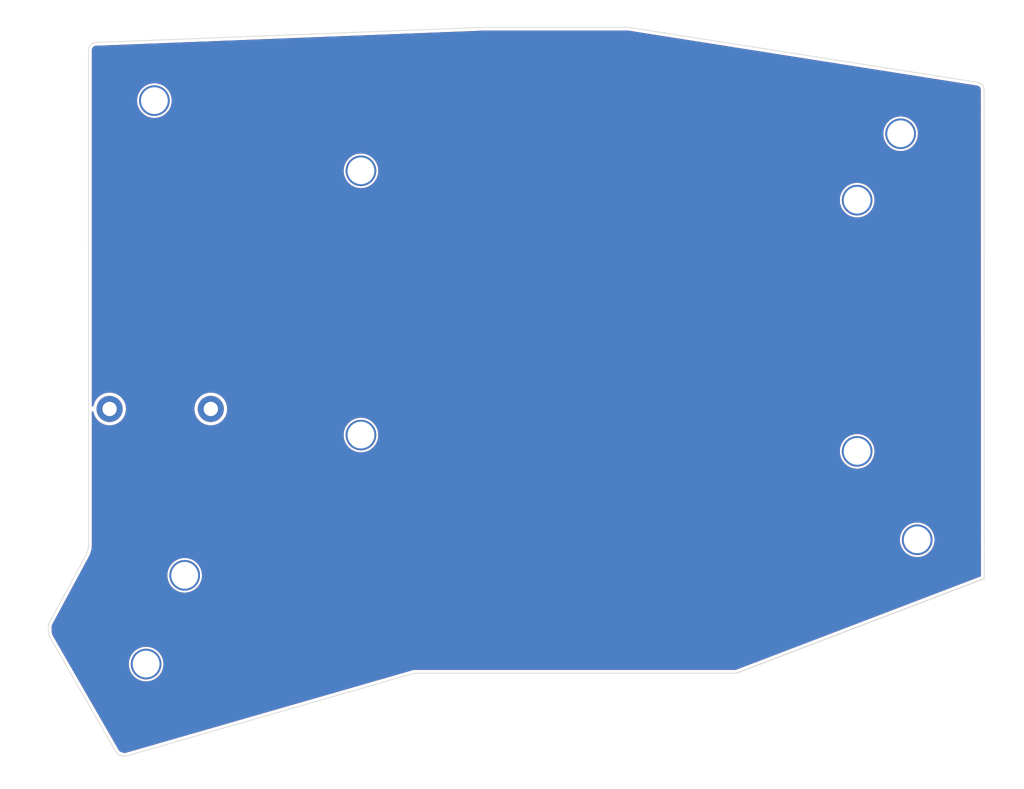
<source format=kicad_pcb>
(kicad_pcb (version 20211014) (generator pcbnew)
  (layers (0 "F.Cu" signal) (31 "B.Cu" signal) (34 "B.Paste" user) (35 "F.Paste" user) (36 "B.SilkS" user "B.Silkscreen") (37 "F.SilkS" user "F.Silkscreen") (38 "B.Mask" user) (39 "F.Mask" user) (44 "Edge.Cuts" user))
  (net 0 "")
  (footprint "SofleKeyboard-footprint:HOLE_M2_TH" (layer "F.Cu") (at 215.9 114.3)
    (fp_text reference "TH3" hide)
    (fp_text value "HOLE" hide)
    (pad "" thru_hole circle locked (at 0.025 -0.075 90) (size 4.7 4.7) (drill 4.1) (layers *.Cu *.Mask "Dwgs.User") (clearance 0.3))
  )
  (footprint "SofleKeyboard-footprint:HOLE_M2_TH" (layer "F.Cu") (at 206.95 62.45)
    (fp_text reference "TH4" hide)
    (fp_text value "HOLE" hide)
    (pad "" thru_hole circle locked (at -0.225 -0.275 90) (size 4.7 4.7) (drill 4.1) (layers *.Cu *.Mask "Dwgs.User") (clearance 0.3))
  )
  (footprint "SofleKeyboard-footprint:HOLE_M2_TH" (layer "F.Cu") (at 130.7 57.75)
    (fp_text reference "TH3" hide)
    (fp_text value "HOLE" hide)
    (pad "" thru_hole circle locked (at 0.025 -0.075 90) (size 4.7 4.7) (drill 4.1) (layers *.Cu *.Mask "Dwgs.User") (clearance 0.3))
  )
  (footprint "SofleKeyboard-footprint:M2_HOLE_PCB" (layer "F.Cu") (at 107.725 94.175)
    (fp_text reference "TH2" hide)
    (fp_text value "HOLE")
    (pad "" thru_hole circle locked (at 0 0) (size 4 4) (drill 2.2) (layers *.Cu *.Mask "Dwgs.User"))
  )
  (footprint "SofleKeyboard-footprint:M2_HOLE_PCB" (layer "F.Cu") (at 92.225 94.175)
    (fp_text reference "TH1" hide)
    (fp_text value "HOLE")
    (pad "" thru_hole circle locked (at 0 0) (size 4 4) (drill 2.2) (layers *.Cu *.Mask "Dwgs.User"))
  )
  (footprint "SofleKeyboard-footprint:HOLE_M2_TH" (layer "F.Cu") (at 206.9 100.7)
    (fp_text reference "TH6" hide)
    (fp_text value "HOLE" hide)
    (pad "" thru_hole circle locked (at -0.175 -0.025 90) (size 4.7 4.7) (drill 4.1) (layers *.Cu *.Mask "Dwgs.User") (clearance 0.3))
  )
  (footprint "SofleKeyboard-footprint:HOLE_M2_TH" (layer "F.Cu") (at 130.75 98.25)
    (fp_text reference "TH5" hide)
    (fp_text value "HOLE" hide)
    (pad "" thru_hole circle locked (at -0.025 -0.075 90) (size 4.7 4.7) (drill 4.1) (layers *.Cu *.Mask "Dwgs.User") (clearance 0.3))
  )
  (footprint "SofleKeyboard-footprint:HOLE_M2_TH" (layer "F.Cu") (at 103.725 119.675 90)
    (fp_text reference "TH7" hide)
    (fp_text value "HOLE" hide)
    (pad "" thru_hole circle locked (at 0 0 180) (size 4.7 4.7) (drill 4.1) (layers *.Cu *.Mask "Dwgs.User") (clearance 0.3))
  )
  (footprint "SofleKeyboard-footprint:HOLE_M2_TH" (layer "F.Cu") (at 97.79 133.35)
    (fp_text reference "TH3" hide)
    (fp_text value "HOLE" hide)
    (pad "" thru_hole circle locked (at 0.025 -0.075 90) (size 4.7 4.7) (drill 4.1) (layers *.Cu *.Mask "Dwgs.User") (clearance 0.3))
  )
  (footprint "SofleKeyboard-footprint:HOLE_M2_TH" (layer "F.Cu") (at 213.36 52.07)
    (fp_text reference "TH3" hide)
    (fp_text value "HOLE" hide)
    (pad "" thru_hole circle locked (at 0.025 -0.075 90) (size 4.7 4.7) (drill 4.1) (layers *.Cu *.Mask "Dwgs.User") (clearance 0.3))
  )
  (footprint "SofleKeyboard-footprint:HOLE_M2_TH" (layer "F.Cu") (at 99.06 46.99)
    (fp_text reference "TH3" hide)
    (fp_text value "HOLE" hide)
    (pad "" thru_hole circle locked (at 0.025 -0.075 90) (size 4.7 4.7) (drill 4.1) (layers *.Cu *.Mask "Dwgs.User") (clearance 0.3))
  )
  (gr_line (start 226.008881 44.672807) (end 226.095281 44.853672) (layer "Edge.Cuts") (width 0.1))
  (gr_line (start 93.275 146.875) (end 83.025 129.075) (layer "Edge.Cuts") (width 0.1))
  (gr_line (start 171.675 35.675) (end 225.200441 44.120146) (layer "Edge.Cuts") (width 0.1))
  (gr_line (start 89.000257 115.075) (end 88.925 115.725) (layer "Edge.Cuts") (width 0.1))
  (gr_line (start 94.075 147.325) (end 94.625 147.425) (layer "Edge.Cuts") (width 0.1))
  (gr_line (start 82.875 128.575) (end 82.825 127.975) (layer "Edge.Cuts") (width 0.1))
  (gr_line (start 93.625 147.175) (end 94.075 147.325) (layer "Edge.Cuts") (width 0.1))
  (gr_line (start 225.402111 44.171776) (end 225.586871 44.256466) (layer "Edge.Cuts") (width 0.1))
  (gr_line (start 226.195181 120.175) (end 188.225 134.675) (layer "Edge.Cuts") (width 0.15))
  (gr_line (start 89.022257 38.920261) (end 89.089377 38.704014) (layer "Edge.Cuts") (width 0.1))
  (gr_line (start 88.998857 39.152435) (end 89.022257 38.920261) (layer "Edge.Cuts") (width 0.1))
  (gr_line (start 88.925 115.725) (end 88.725 116.325) (layer "Edge.Cuts") (width 0.1))
  (gr_line (start 82.825 127.975) (end 82.825 127.575) (layer "Edge.Cuts") (width 0.1))
  (gr_line (start 93.275 146.875) (end 93.625 147.175) (layer "Edge.Cuts") (width 0.1))
  (gr_line (start 225.200441 44.120146) (end 225.402111 44.171776) (layer "Edge.Cuts") (width 0.1))
  (gr_line (start 226.168181 45.256902) (end 226.195181 120.175) (layer "Edge.Cuts") (width 0.1))
  (gr_line (start 226.149381 45.049571) (end 226.168181 45.256902) (layer "Edge.Cuts") (width 0.1))
  (gr_line (start 82.925 127.075) (end 88.725 116.325) (layer "Edge.Cuts") (width 0.1))
  (gr_line (start 89.089377 38.704014) (end 89.19559 38.508327) (layer "Edge.Cuts") (width 0.1))
  (gr_line (start 89.506752 38.19716) (end 89.702436 38.090945) (layer "Edge.Cuts") (width 0.1))
  (gr_line (start 226.095281 44.853672) (end 226.149381 45.049571) (layer "Edge.Cuts") (width 0.1))
  (gr_line (start 149.725 35.675) (end 90.150853 38.000405) (layer "Edge.Cuts") (width 0.1))
  (gr_line (start 138.879128 134.675) (end 188.225 134.675) (layer "Edge.Cuts") (width 0.1))
  (gr_line (start 83.025 129.075) (end 82.875 128.575) (layer "Edge.Cuts") (width 0.1))
  (gr_line (start 89.19559 38.508327) (end 89.336259 38.337831) (layer "Edge.Cuts") (width 0.1))
  (gr_line (start 82.825 127.575) (end 82.925 127.075) (layer "Edge.Cuts") (width 0.1))
  (gr_line (start 89.336259 38.337831) (end 89.506752 38.19716) (layer "Edge.Cuts") (width 0.1))
  (gr_line (start 138.879128 134.675) (end 94.625 147.425) (layer "Edge.Cuts") (width 0.1))
  (gr_line (start 89.91868 38.023815) (end 90.150853 38.000405) (layer "Edge.Cuts") (width 0.1))
  (gr_line (start 225.751621 44.3706) (end 225.893321 44.510582) (layer "Edge.Cuts") (width 0.1))
  (gr_line (start 89.702436 38.090945) (end 89.91868 38.023815) (layer "Edge.Cuts") (width 0.1))
  (gr_line (start 149.725 35.675) (end 171.675 35.675) (layer "Edge.Cuts") (width 0.1))
  (gr_line (start 225.893321 44.510582) (end 226.008881 44.672807) (layer "Edge.Cuts") (width 0.1))
  (gr_line (start 89.000257 115.075) (end 88.998857 39.152435) (layer "Edge.Cuts") (width 0.1))
  (gr_line (start 225.586871 44.256466) (end 225.751621 44.3706) (layer "Edge.Cuts") (width 0.1))
  (zone (net 0) (net_name "") (layer "F.Cu") (connect_pads (clearance 0.508)) (min_thickness 0.254) (fill yes (thermal_gap 0.508) (thermal_bridge_width 0.508))
    (polygon (pts (xy 231.267 41.402) (xy 232.029 122.936) (xy 191.008 139.192) (xy 139.573 138.811) (xy 89.408 152.4) (xy 76.708 129.159) (xy 84.836 112.268) (xy 84.455 35.433) (xy 169.672 31.496)))
  )
  (zone (net 0) (net_name "") (layer "B.Cu") (connect_pads (clearance 0.508)) (min_thickness 0.254) (fill yes (thermal_gap 0.508) (thermal_bridge_width 0.508))
    (polygon (pts (xy 231.013 40.513) (xy 232.283 121.412) (xy 190.627 138.303) (xy 138.557 138.303) (xy 88.519 151.511) (xy 75.438 130.175) (xy 84.074 112.903) (xy 84.074 35.814) (xy 169.926 31.496)))
  )
)
</source>
